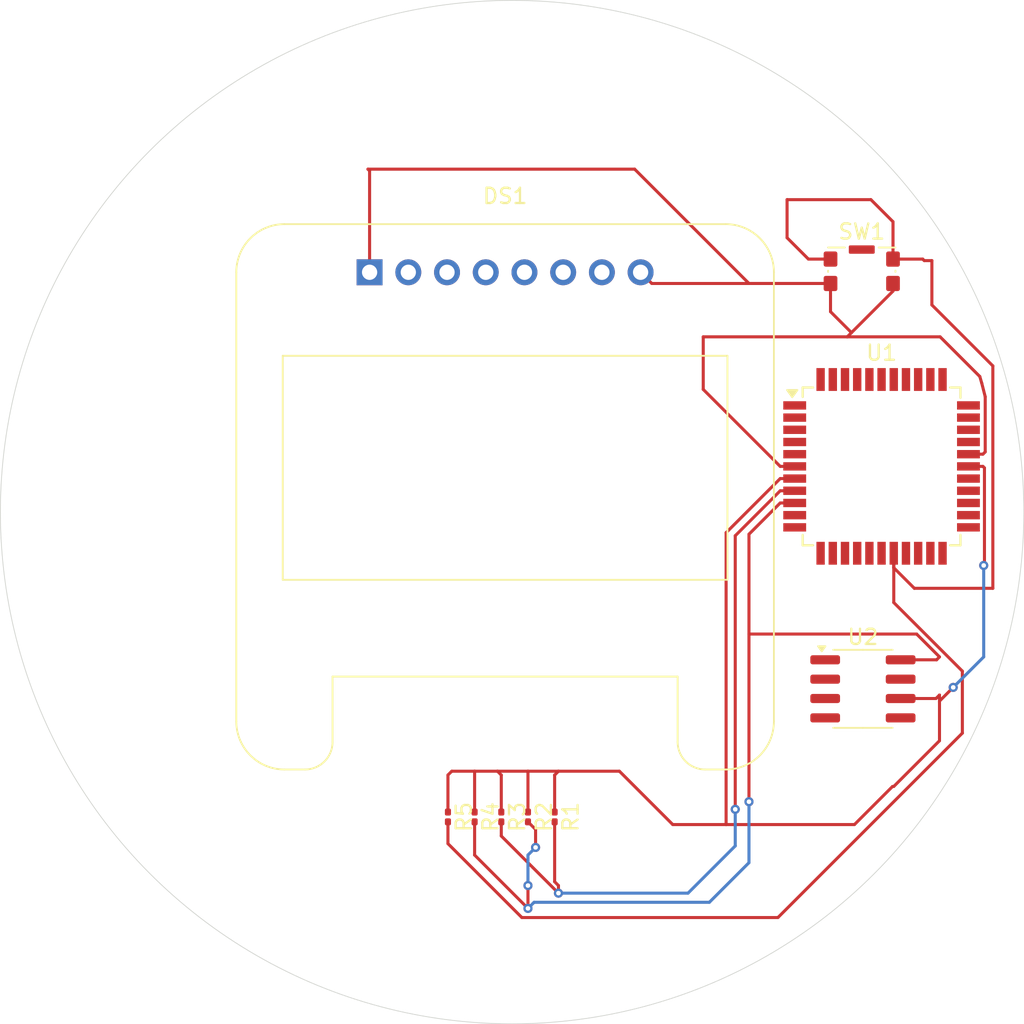
<source format=kicad_pcb>
(kicad_pcb (version 20240108) (generator "pcbnew") (generator_version "8.0")
  (layers (0 "F.Cu" signal) (31 "B.Cu" signal) (34 "B.Paste" user) (35 "F.Paste" user) (36 "B.SilkS" user "B.Silkscreen") (37 "F.SilkS" user "F.Silkscreen") (38 "B.Mask" user) (39 "F.Mask" user) (44 "Edge.Cuts" user))
  (net 0 "")
  (net 1 "GND")
  (net 2 "Net-(DS1-D1)")
  (net 5 "+5V")
  (net 6 "Net-(DS1-D0)")
  (net 7 "Net-(DS1-~{RES})")
  (net 12 "Net-(U1-~{MCLR}{slash}VPP{slash}RE3)")
  (footprint "Display:Adafruit_SSD1306_No_Mounting_Holes" (layer "F.Cu") (at 178.61 78.265)
    (property "Reference" "DS1" (at 8.89 -5 0) (layer "F.SilkS"))
    (property "Value" "OLED-128O064D")
    (fp_line (start -8.746 0) (end -8.746 29.464) (stroke (width 0.12)) (layer "F.SilkS"))
    (fp_line (start -5.698 5.478) (end -5.698 20.176) (stroke (width 0.12)) (layer "F.SilkS"))
    (fp_line (start -5.698 5.478) (end 23.478 5.478) (stroke (width 0.12)) (layer "F.SilkS"))
    (fp_line (start -5.698 20.176) (end 23.478 20.176) (stroke (width 0.12)) (layer "F.SilkS"))
    (fp_line (start -4.238 32.622) (end -5.59 32.622) (stroke (width 0.12)) (layer "F.SilkS"))
    (fp_line (start -2.43 26.526) (end -2.43 30.814) (stroke (width 0.12)) (layer "F.SilkS"))
    (fp_line (start -2.43 26.526) (end 20.21 26.526) (stroke (width 0.12)) (layer "F.SilkS"))
    (fp_line (start 20.21 26.526) (end 20.21 30.814) (stroke (width 0.12)) (layer "F.SilkS"))
    (fp_line (start 22.018 32.622) (end 23.37 32.622) (stroke (width 0.12)) (layer "F.SilkS"))
    (fp_line (start 23.368 -3.158) (end -5.588 -3.158) (stroke (width 0.12)) (layer "F.SilkS"))
    (fp_line (start 23.478 5.478) (end 23.478 20.176) (stroke (width 0.12)) (layer "F.SilkS"))
    (fp_line (start 26.526 0) (end 26.526 29.464) (stroke (width 0.12)) (layer "F.SilkS"))
    (fp_arc (start -8.746 0) (mid -7.821043 -2.233043) (end -5.588 -3.158) (stroke (width 0.12)) (layer "F.SilkS"))
    (fp_arc (start -5.588 32.622) (mid -7.821043 31.697043) (end -8.746 29.464) (stroke (width 0.12)) (layer "F.SilkS"))
    (fp_arc (start -2.43 30.812) (mid -2.958137 32.091035) (end -4.236 32.622) (stroke (width 0.12)) (layer "F.SilkS"))
    (fp_arc (start 22.016 32.622) (mid 20.738137 32.091035) (end 20.21 30.812) (stroke (width 0.12)) (layer "F.SilkS"))
    (fp_arc (start 23.368 -3.158) (mid 25.601043 -2.233043) (end 26.526 0) (stroke (width 0.12)) (layer "F.SilkS"))
    (fp_arc (start 26.526 29.464) (mid 25.601043 31.697043) (end 23.368 32.622) (stroke (width 0.12)) (layer "F.SilkS"))
    (pad "1" thru_hole rect (at 0 0) (size 1.7 1.7) (drill 1) (layers "*.Cu" "*.Mask") (net 1 "GND"))
    (pad "2" thru_hole circle (at 2.54 0) (size 1.7 1.7) (drill 1) (layers "*.Cu" "*.Mask"))
    (pad "3" thru_hole circle (at 5.08 0) (size 1.7 1.7) (drill 1) (layers "*.Cu" "*.Mask"))
    (pad "4" thru_hole circle (at 7.62 0) (size 1.7 1.7) (drill 1) (layers "*.Cu" "*.Mask"))
    (pad "5" thru_hole circle (at 10.16 0) (size 1.7 1.7) (drill 1) (layers "*.Cu" "*.Mask"))
    (pad "6" thru_hole circle (at 12.7 0) (size 1.7 1.7) (drill 1) (layers "*.Cu" "*.Mask"))
    (pad "7" thru_hole circle (at 15.24 0) (size 1.7 1.7) (drill 1) (layers "*.Cu" "*.Mask"))
    (pad "8" thru_hole circle (at 17.78 0) (size 1.7 1.7) (drill 1) (layers "*.Cu" "*.Mask") (net 1 "GND"))
  )
  (footprint "Resistor_SMD:R_0201_0603Metric" (layer "F.Cu") (at 185.5 114 -90)
    (property "Reference" "R4" (at 0 -1.05 90) (layer "F.SilkS"))
    (property "Value" "4.7k")
    (pad "1" smd roundrect (at -0.32 0 270) (size 0.46 0.4) (layers "F.Cu" "F.Mask") (net 5 "+5V"))
    (pad "2" smd roundrect (at 0.32 0 270) (size 0.46 0.4) (layers "F.Cu" "F.Mask") (net 6 "Net-(DS1-D0)"))
  )
  (footprint "Resistor_SMD:R_0201_0603Metric" (layer "F.Cu") (at 183.75 114 -90)
    (property "Reference" "R5" (at 0 -1.05 90) (layer "F.SilkS"))
    (property "Value" "4.7k")
    (pad "1" smd roundrect (at -0.32 0 270) (size 0.46 0.4) (layers "F.Cu" "F.Mask") (net 5 "+5V"))
    (pad "2" smd roundrect (at 0.32 0 270) (size 0.46 0.4) (layers "F.Cu" "F.Mask") (net 12 "Net-(U1-~{MCLR}{slash}VPP{slash}RE3)"))
  )
  (footprint "Button_Switch_SMD:SW_SPST_CK_KMS2xxGP" (layer "F.Cu") (at 210.9 78.2)
    (property "Reference" "SW1" (at 0 -2.6 0) (layer "F.SilkS"))
    (property "Value" "CK_KMS2xxG")
    (fp_line (start -2.21 -1.56) (end -1.11 -1.56) (stroke (width 0.12)) (layer "F.SilkS"))
    (fp_line (start -2.21 -0.04) (end -2.21 0.04) (stroke (width 0.12)) (layer "F.SilkS"))
    (fp_line (start 1.11 -1.56) (end 2.21 -1.56) (stroke (width 0.12)) (layer "F.SilkS"))
    (fp_line (start 2.21 -0.04) (end 2.21 0.04) (stroke (width 0.12)) (layer "F.SilkS"))
    (pad "" np_thru_hole circle (at -0.975 0.75) (size 0.9 0.9) (drill 0.9) (layers "F&B.Cu" "*.Mask"))
    (pad "" np_thru_hole circle (at 0.975 0.75) (size 0.9 0.9) (drill 0.9) (layers "F&B.Cu" "*.Mask"))
    (pad "1" smd roundrect (at -2.05 -0.8) (size 0.9 1) (layers "F.Cu" "F.Paste" "F.Mask") (roundrect_rratio 0.15) (net 12 "Net-(U1-~{MCLR}{slash}VPP{slash}RE3)"))
    (pad "1" smd roundrect (at 2.05 -0.8) (size 0.9 1) (layers "F.Cu" "F.Paste" "F.Mask") (roundrect_rratio 0.15) (net 12 "Net-(U1-~{MCLR}{slash}VPP{slash}RE3)"))
    (pad "2" smd roundrect (at -2.05 0.8) (size 0.9 1) (layers "F.Cu" "F.Paste" "F.Mask") (roundrect_rratio 0.15) (net 1 "GND"))
    (pad "2" smd roundrect (at 2.05 0.8) (size 0.9 1) (layers "F.Cu" "F.Paste" "F.Mask") (roundrect_rratio 0.15) (net 1 "GND"))
    (pad "SH" smd roundrect (at 0 -1.425) (size 1.7 0.55) (layers "F.Cu" "F.Paste" "F.Mask") (roundrect_rratio 0.15))
  )
  (footprint "Package_QFP:TQFP-44_10x10mm_P0.8mm" (layer "F.Cu") (at 212.2 91)
    (property "Reference" "U1" (at 0 -7.45 0) (layer "F.SilkS"))
    (property "Value" "PIC18F45K50_QFP")
    (fp_line (start -5.175 -5.175) (end -5.175 -4.56) (stroke (width 0.15)) (layer "F.SilkS"))
    (fp_line (start -5.175 -5.175) (end -4.5 -5.175) (stroke (width 0.15)) (layer "F.SilkS"))
    (fp_line (start -5.175 5.175) (end -5.175 4.5) (stroke (width 0.15)) (layer "F.SilkS"))
    (fp_line (start -5.175 5.175) (end -4.5 5.175) (stroke (width 0.15)) (layer "F.SilkS"))
    (fp_line (start 5.175 -5.175) (end 4.5 -5.175) (stroke (width 0.15)) (layer "F.SilkS"))
    (fp_line (start 5.175 -5.175) (end 5.175 -4.5) (stroke (width 0.15)) (layer "F.SilkS"))
    (fp_line (start 5.175 5.175) (end 4.5 5.175) (stroke (width 0.15)) (layer "F.SilkS"))
    (fp_line (start 5.175 5.175) (end 5.175 4.5) (stroke (width 0.15)) (layer "F.SilkS"))
    (fp_poly (pts (xy -5.86 -4.54) (xy -6.2 -5.01) (xy -5.52 -5.01) (xy -5.86 -4.54)) (stroke (width 0.12)) (fill solid) (layer "F.SilkS"))
    (pad "1" smd rect (at -5.7 -4) (size 1.5 0.55) (layers "F.Cu" "F.Paste" "F.Mask"))
    (pad "2" smd rect (at -5.7 -3.2) (size 1.5 0.55) (layers "F.Cu" "F.Paste" "F.Mask"))
    (pad "3" smd rect (at -5.7 -2.4) (size 1.5 0.55) (layers "F.Cu" "F.Paste" "F.Mask"))
    (pad "4" smd rect (at -5.7 -1.6) (size 1.5 0.55) (layers "F.Cu" "F.Paste" "F.Mask"))
    (pad "5" smd rect (at -5.7 -0.8) (size 1.5 0.55) (layers "F.Cu" "F.Paste" "F.Mask"))
    (pad "6" smd rect (at -5.7 0) (size 1.5 0.55) (layers "F.Cu" "F.Paste" "F.Mask") (net 1 "GND"))
    (pad "7" smd rect (at -5.7 0.8) (size 1.5 0.55) (layers "F.Cu" "F.Paste" "F.Mask") (net 5 "+5V"))
    (pad "8" smd rect (at -5.7 1.6) (size 1.5 0.55) (layers "F.Cu" "F.Paste" "F.Mask") (net 2 "Net-(DS1-D1)"))
    (pad "9" smd rect (at -5.7 2.4) (size 1.5 0.55) (layers "F.Cu" "F.Paste" "F.Mask") (net 6 "Net-(DS1-D0)"))
    (pad "10" smd rect (at -5.7 3.2) (size 1.5 0.55) (layers "F.Cu" "F.Paste" "F.Mask"))
    (pad "11" smd rect (at -5.7 4) (size 1.5 0.55) (layers "F.Cu" "F.Paste" "F.Mask"))
    (pad "12" smd rect (at -4 5.7 90) (size 1.5 0.55) (layers "F.Cu" "F.Paste" "F.Mask"))
    (pad "13" smd rect (at -3.2 5.7 90) (size 1.5 0.55) (layers "F.Cu" "F.Paste" "F.Mask"))
    (pad "14" smd rect (at -2.4 5.7 90) (size 1.5 0.55) (layers "F.Cu" "F.Paste" "F.Mask"))
    (pad "15" smd rect (at -1.6 5.7 90) (size 1.5 0.55) (layers "F.Cu" "F.Paste" "F.Mask"))
    (pad "16" smd rect (at -0.8 5.7 90) (size 1.5 0.55) (layers "F.Cu" "F.Paste" "F.Mask"))
    (pad "17" smd rect (at 0 5.7 90) (size 1.5 0.55) (layers "F.Cu" "F.Paste" "F.Mask"))
    (pad "18" smd rect (at 0.8 5.7 90) (size 1.5 0.55) (layers "F.Cu" "F.Paste" "F.Mask") (net 12 "Net-(U1-~{MCLR}{slash}VPP{slash}RE3)"))
    (pad "19" smd rect (at 1.6 5.7 90) (size 1.5 0.55) (layers "F.Cu" "F.Paste" "F.Mask"))
    (pad "20" smd rect (at 2.4 5.7 90) (size 1.5 0.55) (layers "F.Cu" "F.Paste" "F.Mask"))
    (pad "21" smd rect (at 3.2 5.7 90) (size 1.5 0.55) (layers "F.Cu" "F.Paste" "F.Mask"))
    (pad "22" smd rect (at 4 5.7 90) (size 1.5 0.55) (layers "F.Cu" "F.Paste" "F.Mask"))
    (pad "23" smd rect (at 5.7 4) (size 1.5 0.55) (layers "F.Cu" "F.Paste" "F.Mask"))
    (pad "24" smd rect (at 5.7 3.2) (size 1.5 0.55) (layers "F.Cu" "F.Paste" "F.Mask"))
    (pad "25" smd rect (at 5.7 2.4) (size 1.5 0.55) (layers "F.Cu" "F.Paste" "F.Mask"))
    (pad "26" smd rect (at 5.7 1.6) (size 1.5 0.55) (layers "F.Cu" "F.Paste" "F.Mask"))
    (pad "27" smd rect (at 5.7 0.8) (size 1.5 0.55) (layers "F.Cu" "F.Paste" "F.Mask"))
    (pad "28" smd rect (at 5.7 0) (size 1.5 0.55) (layers "F.Cu" "F.Paste" "F.Mask") (net 5 "+5V"))
    (pad "29" smd rect (at 5.7 -0.8) (size 1.5 0.55) (layers "F.Cu" "F.Paste" "F.Mask") (net 1 "GND"))
    (pad "30" smd rect (at 5.7 -1.6) (size 1.5 0.55) (layers "F.Cu" "F.Paste" "F.Mask"))
    (pad "31" smd rect (at 5.7 -2.4) (size 1.5 0.55) (layers "F.Cu" "F.Paste" "F.Mask"))
    (pad "32" smd rect (at 5.7 -3.2) (size 1.5 0.55) (layers "F.Cu" "F.Paste" "F.Mask"))
    (pad "33" smd rect (at 5.7 -4) (size 1.5 0.55) (layers "F.Cu" "F.Paste" "F.Mask"))
    (pad "34" smd rect (at 4 -5.7 90) (size 1.5 0.55) (layers "F.Cu" "F.Paste" "F.Mask"))
    (pad "35" smd rect (at 3.2 -5.7 90) (size 1.5 0.55) (layers "F.Cu" "F.Paste" "F.Mask"))
    (pad "36" smd rect (at 2.4 -5.7 90) (size 1.5 0.55) (layers "F.Cu" "F.Paste" "F.Mask"))
    (pad "37" smd rect (at 1.6 -5.7 90) (size 1.5 0.55) (layers "F.Cu" "F.Paste" "F.Mask"))
    (pad "38" smd rect (at 0.8 -5.7 90) (size 1.5 0.55) (layers "F.Cu" "F.Paste" "F.Mask") (net 7 "Net-(DS1-~{RES})"))
    (pad "39" smd rect (at 0 -5.7 90) (size 1.5 0.55) (layers "F.Cu" "F.Paste" "F.Mask"))
    (pad "40" smd rect (at -0.8 -5.7 90) (size 1.5 0.55) (layers "F.Cu" "F.Paste" "F.Mask"))
    (pad "41" smd rect (at -1.6 -5.7 90) (size 1.5 0.55) (layers "F.Cu" "F.Paste" "F.Mask"))
    (pad "42" smd rect (at -2.4 -5.7 90) (size 1.5 0.55) (layers "F.Cu" "F.Paste" "F.Mask"))
    (pad "43" smd rect (at -3.2 -5.7 90) (size 1.5 0.55) (layers "F.Cu" "F.Paste" "F.Mask"))
    (pad "44" smd rect (at -4 -5.7 90) (size 1.5 0.55) (layers "F.Cu" "F.Paste" "F.Mask"))
  )
  (footprint "Resistor_SMD:R_0201_0603Metric" (layer "F.Cu") (at 190.75 114 -90)
    (property "Reference" "R1" (at 0 -1.05 90) (layer "F.SilkS"))
    (property "Value" "4.7k")
    (pad "1" smd roundrect (at -0.32 0 270) (size 0.46 0.4) (layers "F.Cu" "F.Mask") (net 5 "+5V"))
    (pad "2" smd roundrect (at 0.32 0 270) (size 0.46 0.4) (layers "F.Cu" "F.Mask") (net 2 "Net-(DS1-D1)"))
  )
  (footprint "Resistor_SMD:R_0201_0603Metric" (layer "F.Cu") (at 189 114 -90)
    (property "Reference" "R2" (at 0 -1.05 90) (layer "F.SilkS"))
    (property "Value" "4.7k")
    (pad "1" smd roundrect (at -0.32 0 270) (size 0.46 0.4) (layers "F.Cu" "F.Mask") (net 5 "+5V"))
    (pad "2" smd roundrect (at 0.32 0 270) (size 0.46 0.4) (layers "F.Cu" "F.Mask") (net 6 "Net-(DS1-D0)"))
  )
  (footprint "Package_SO:SOIC-8_3.9x4.9mm_P1.27mm" (layer "F.Cu") (at 210.975 105.595)
    (property "Reference" "U2" (at 0 -3.4 0) (layer "F.SilkS"))
    (property "Value" "DS3232M")
    (fp_line (start 0 -2.56) (end -1.95 -2.56) (stroke (width 0.12)) (layer "F.SilkS"))
    (fp_line (start 0 -2.56) (end 1.95 -2.56) (stroke (width 0.12)) (layer "F.SilkS"))
    (fp_line (start 0 2.56) (end -1.95 2.56) (stroke (width 0.12)) (layer "F.SilkS"))
    (fp_line (start 0 2.56) (end 1.95 2.56) (stroke (width 0.12)) (layer "F.SilkS"))
    (fp_poly (pts (xy -2.7 -2.465) (xy -2.94 -2.795) (xy -2.46 -2.795) (xy -2.7 -2.465)) (stroke (width 0.12)) (fill solid) (layer "F.SilkS"))
    (pad "1" smd roundrect (at -2.475 -1.905) (size 1.95 0.6) (layers "F.Cu" "F.Paste" "F.Mask"))
    (pad "2" smd roundrect (at -2.475 -0.635) (size 1.95 0.6) (layers "F.Cu" "F.Paste" "F.Mask"))
    (pad "3" smd roundrect (at -2.475 0.635) (size 1.95 0.6) (layers "F.Cu" "F.Paste" "F.Mask"))
    (pad "4" smd roundrect (at -2.475 1.905) (size 1.95 0.6) (layers "F.Cu" "F.Paste" "F.Mask"))
    (pad "5" smd roundrect (at 2.475 1.905) (size 1.95 0.6) (layers "F.Cu" "F.Paste" "F.Mask"))
    (pad "6" smd roundrect (at 2.475 0.635) (size 1.95 0.6) (layers "F.Cu" "F.Paste" "F.Mask") (net 5 "+5V"))
    (pad "7" smd roundrect (at 2.475 -0.635) (size 1.95 0.6) (layers "F.Cu" "F.Paste" "F.Mask") (net 2 "Net-(DS1-D1)"))
    (pad "8" smd roundrect (at 2.475 -1.905) (size 1.95 0.6) (layers "F.Cu" "F.Paste" "F.Mask") (net 6 "Net-(DS1-D0)"))
  )
  (footprint "Resistor_SMD:R_0201_0603Metric" (layer "F.Cu") (at 187.25 114 -90)
    (property "Reference" "R3" (at 0 -1.05 90) (layer "F.SilkS"))
    (property "Value" "4.7k")
    (pad "1" smd roundrect (at -0.32 0 270) (size 0.46 0.4) (layers "F.Cu" "F.Mask") (net 5 "+5V"))
    (pad "2" smd roundrect (at 0.32 0 270) (size 0.46 0.4) (layers "F.Cu" "F.Mask") (net 2 "Net-(DS1-D1)"))
  )
  (gr_circle (center 187.95985 94) (end 221.5 95.5) (stroke (width 0.05)) (fill none) (layer "Edge.Cuts"))
  (segment (start 205.55 91) (end 206.5 91) (width 0.2) (layer "F.Cu") (net 1))
  (segment (start 219 90.05) (end 218.85 90.2) (width 0.2) (layer "F.Cu") (net 1))
  (segment (start 219 86.429993) (end 219 90.05) (width 0.2) (layer "F.Cu") (net 1))
  (segment (start 210.225 82.225) (end 209.949999 82.5) (width 0.2) (layer "F.Cu") (net 1))
  (segment (start 178.5 71.5) (end 178.61 71.61) (width 0.2) (layer "F.Cu") (net 1))
  (segment (start 212.95 79) (end 212.95 79.499999) (width 0.2) (layer "F.Cu") (net 1))
  (segment (start 197.125 79) (end 196.39 78.265) (width 0.2) (layer "F.Cu") (net 1))
  (segment (start 208.85 79) (end 197.125 79) (width 0.2) (layer "F.Cu") (net 1))
  (segment (start 208.85 80.85) (end 210.225 82.225) (width 0.2) (layer "F.Cu") (net 1))
  (segment (start 216.040308 82.5) (end 218.644526 85.104218) (width 0.2) (layer "F.Cu") (net 1))
  (segment (start 218.775167 85.549811) (end 219 86.429993) (width 0.2) (layer "F.Cu") (net 1))
  (segment (start 208.85 79) (end 208.85 80.85) (width 0.2) (layer "F.Cu") (net 1))
  (segment (start 200.5 82.5) (end 200.5 85.95) (width 0.2) (layer "F.Cu") (net 1))
  (segment (start 212.95 79.499999) (end 210.225 82.225) (width 0.2) (layer "F.Cu") (net 1))
  (segment (start 218.644526 85.104218) (end 218.775167 85.549811) (width 0.2) (layer "F.Cu") (net 1))
  (segment (start 203.5 79) (end 196 71.5) (width 0.2) (layer "F.Cu") (net 1))
  (segment (start 209.949999 82.5) (end 216.040308 82.5) (width 0.2) (layer "F.Cu") (net 1))
  (segment (start 208.85 79) (end 203.5 79) (width 0.2) (layer "F.Cu") (net 1))
  (segment (start 196 71.5) (end 178.5 71.5) (width 0.2) (layer "F.Cu") (net 1))
  (segment (start 200.5 85.95) (end 205.55 91) (width 0.2) (layer "F.Cu") (net 1))
  (segment (start 218.85 90.2) (end 217.9 90.2) (width 0.2) (layer "F.Cu") (net 1))
  (segment (start 178.61 71.61) (end 178.61 78.265) (width 0.2) (layer "F.Cu") (net 1))
  (segment (start 209.949999 82.5) (end 200.5 82.5) (width 0.2) (layer "F.Cu") (net 1))
  (segment (start 191 119) (end 191 118.5) (width 0.2) (layer "F.Cu") (net 2))
  (segment (start 206.5 92.6) (end 205.55 92.6) (width 0.2) (layer "F.Cu") (net 2))
  (segment (start 202.6 95.55) (end 202.6 113.5) (width 0.2) (layer "F.Cu") (net 2))
  (segment (start 187.25 115.25) (end 191 119) (width 0.2) (layer "F.Cu") (net 2))
  (segment (start 191 118.5) (end 190.75 118.25) (width 0.2) (layer "F.Cu") (net 2))
  (segment (start 190.75 118.25) (end 190.75 114.32) (width 0.2) (layer "F.Cu") (net 2))
  (segment (start 205.55 92.6) (end 202.6 95.55) (width 0.2) (layer "F.Cu") (net 2))
  (segment (start 187.25 114.32) (end 187.25 115.25) (width 0.2) (layer "F.Cu") (net 2))
  (via (at 191 119) (size 0.6) (drill 0.3) (layers "F.Cu" "B.Cu") (net 2))
  (via (at 202.6 113.5) (size 0.6) (drill 0.3) (layers "F.Cu" "B.Cu") (net 2))
  (segment (start 202.6 113.5) (end 202.6 115.9) (width 0.2) (layer "B.Cu") (net 2))
  (segment (start 202.6 115.9) (end 199.5 119) (width 0.2) (layer "B.Cu") (net 2))
  (segment (start 199.5 119) (end 191 119) (width 0.2) (layer "B.Cu") (net 2))
  (segment (start 202 114.5) (end 198.5 114.5) (width 0.2) (layer "F.Cu") (net 5))
  (segment (start 187.25 113.68) (end 187.25 111.25) (width 0.2) (layer "F.Cu") (net 5))
  (segment (start 218.95 97.45) (end 218.9 97.5) (width 0.2) (layer "F.Cu") (net 5))
  (segment (start 218.85 91) (end 218.95 91.1) (width 0.2) (layer "F.Cu") (net 5))
  (segment (start 205.55 91.8) (end 202 95.35) (width 0.2) (layer "F.Cu") (net 5))
  (segment (start 216 106.5) (end 216 106) (width 0.2) (layer "F.Cu") (net 5))
  (segment (start 184 111) (end 183.75 111.25) (width 0.2) (layer "F.Cu") (net 5))
  (segment (start 206.5 91.8) (end 205.55 91.8) (width 0.2) (layer "F.Cu") (net 5))
  (segment (start 189 113.68) (end 189 111) (width 0.2) (layer "F.Cu") (net 5))
  (segment (start 190.75 111.25) (end 191 111) (width 0.2) (layer "F.Cu") (net 5))
  (segment (start 198.5 114.5) (end 195 111) (width 0.2) (layer "F.Cu") (net 5))
  (segment (start 185.5 113.68) (end 185.5 111) (width 0.2) (layer "F.Cu") (net 5))
  (segment (start 187 111) (end 185.5 111) (width 0.2) (layer "F.Cu") (net 5))
  (segment (start 216 106.4) (end 216 106.5) (width 0.2) (layer "F.Cu") (net 5))
  (segment (start 210.419263 114.5) (end 212.919263 112) (width 0.2) (layer "F.Cu") (net 5))
  (segment (start 191 111) (end 189 111) (width 0.2) (layer "F.Cu") (net 5))
  (segment (start 213 112) (end 216 109) (width 0.2) (layer "F.Cu") (net 5))
  (segment (start 216.9 105.5) (end 216 106.4) (width 0.2) (layer "F.Cu") (net 5))
  (segment (start 216 106) (end 215.77 106.23) (width 0.2) (layer "F.Cu") (net 5))
  (segment (start 185.5 111) (end 184 111) (width 0.2) (layer "F.Cu") (net 5))
  (segment (start 216 109) (end 216 106.5) (width 0.2) (layer "F.Cu") (net 5))
  (segment (start 215.77 106.23) (end 213.45 106.23) (width 0.2) (layer "F.Cu") (net 5))
  (segment (start 195 111) (end 191 111) (width 0.2) (layer "F.Cu") (net 5))
  (segment (start 187.25 111.25) (end 187 111) (width 0.2) (layer "F.Cu") (net 5))
  (segment (start 212.919263 112) (end 213 112) (width 0.2) (layer "F.Cu") (net 5))
  (segment (start 217.9 91) (end 218.85 91) (width 0.2) (layer "F.Cu") (net 5))
  (segment (start 202 114.5) (end 210.419263 114.5) (width 0.2) (layer "F.Cu") (net 5))
  (segment (start 202 95.35) (end 202 114.5) (width 0.2) (layer "F.Cu") (net 5))
  (segment (start 189 111) (end 187 111) (width 0.2) (layer "F.Cu") (net 5))
  (segment (start 218.95 91.1) (end 218.95 97.45) (width 0.2) (layer "F.Cu") (net 5))
  (segment (start 183.75 111.25) (end 183.75 113.68) (width 0.2) (layer "F.Cu") (net 5))
  (segment (start 190.75 113.68) (end 190.75 111.25) (width 0.2) (layer "F.Cu") (net 5))
  (via (at 216.9 105.5) (size 0.6) (drill 0.3) (layers "F.Cu" "B.Cu") (net 5))
  (via (at 218.9 97.5) (size 0.6) (drill 0.3) (layers "F.Cu" "B.Cu") (net 5))
  (segment (start 218.9 97.5) (end 218.9 103.5) (width 0.2) (layer "B.Cu") (net 5))
  (segment (start 218.9 103.5) (end 216.9 105.5) (width 0.2) (layer "B.Cu") (net 5))
  (segment (start 203.5 102) (end 214.5 102) (width 0.2) (layer "F.Cu") (net 6))
  (segment (start 215.81 103.69) (end 213.45 103.69) (width 0.2) (layer "F.Cu") (net 6))
  (segment (start 206.5 93.4) (end 205.55 93.4) (width 0.2) (layer "F.Cu") (net 6))
  (segment (start 189.5 116) (end 189.5 114.82) (width 0.2) (layer "F.Cu") (net 6))
  (segment (start 185.5 116.5) (end 185.5 114.32) (width 0.2) (layer "F.Cu") (net 6))
  (segment (start 189.5 114.82) (end 189 114.32) (width 0.2) (layer "F.Cu") (net 6))
  (segment (start 216 103.5) (end 215.81 103.69) (width 0.2) (layer "F.Cu") (net 6))
  (segment (start 203.5 102) (end 203.5 113) (width 0.2) (layer "F.Cu") (net 6))
  (segment (start 205.55 93.4) (end 203.5 95.45) (width 0.2) (layer "F.Cu") (net 6))
  (segment (start 189 120) (end 185.5 116.5) (width 0.2) (layer "F.Cu") (net 6))
  (segment (start 189 120) (end 189 118.5) (width 0.2) (layer "F.Cu") (net 6))
  (segment (start 214.5 102) (end 216 103.5) (width 0.2) (layer "F.Cu") (net 6))
  (segment (start 203.5 95.45) (end 203.5 102) (width 0.2) (layer "F.Cu") (net 6))
  (via (at 189 120) (size 0.6) (drill 0.3) (layers "F.Cu" "B.Cu") (net 6))
  (via (at 189.5 116) (size 0.6) (drill 0.3) (layers "F.Cu" "B.Cu") (net 6))
  (via (at 203.5 113) (size 0.6) (drill 0.3) (layers "F.Cu" "B.Cu") (net 6))
  (via (at 189 118.5) (size 0.6) (drill 0.3) (layers "F.Cu" "B.Cu") (net 6))
  (segment (start 203.5 113) (end 203.5 117) (width 0.2) (layer "B.Cu") (net 6))
  (segment (start 189 118.5) (end 189 116.5) (width 0.2) (layer "B.Cu") (net 6))
  (segment (start 203.5 117) (end 200.9 119.6) (width 0.2) (layer "B.Cu") (net 6))
  (segment (start 200.9 119.6) (end 189.4 119.6) (width 0.2) (layer "B.Cu") (net 6))
  (segment (start 189 116.5) (end 189.5 116) (width 0.2) (layer "B.Cu") (net 6))
  (segment (start 189.4 119.6) (end 189 120) (width 0.2) (layer "B.Cu") (net 6))
  (segment (start 206 73.5) (end 211.5 73.5) (width 0.2) (layer "F.Cu") (net 12))
  (segment (start 213 97.65) (end 214.35 99) (width 0.2) (layer "F.Cu") (net 12))
  (segment (start 214.35 99) (end 219.5 99) (width 0.2) (layer "F.Cu") (net 12))
  (segment (start 207.4 77.4) (end 206 76) (width 0.2) (layer "F.Cu") (net 12))
  (segment (start 217.5 108.5) (end 205.4 120.6) (width 0.2) (layer "F.Cu") (net 12))
  (segment (start 213 96.7) (end 213 99.934314) (width 0.2) (layer "F.Cu") (net 12))
  (segment (start 212.95 74.95) (end 212.95 77.4) (width 0.2) (layer "F.Cu") (net 12))
  (segment (start 215 77.5) (end 214.9 77.4) (width 0.2) (layer "F.Cu") (net 12))
  (segment (start 211.5 73.5) (end 212.95 74.95) (width 0.2) (layer "F.Cu") (net 12))
  (segment (start 213 96.7) (end 213 97.65) (width 0.2) (layer "F.Cu") (net 12))
  (segment (start 205.4 120.6) (end 188.6 120.6) (width 0.2) (layer "F.Cu") (net 12))
  (segment (start 214.9 77.4) (end 212.95 77.4) (width 0.2) (layer "F.Cu") (net 12))
  (segment (start 183.75 115.75) (end 183.75 114.32) (width 0.2) (layer "F.Cu") (net 12))
  (segment (start 208.85 77.4) (end 207.4 77.4) (width 0.2) (layer "F.Cu") (net 12))
  (segment (start 217.5 104.434314) (end 217.5 108.5) (width 0.2) (layer "F.Cu") (net 12))
  (segment (start 219.5 84.4074) (end 215.5 80.4074) (width 0.2) (layer "F.Cu") (net 12))
  (segment (start 215.5 80.4074) (end 215.5 77.5) (width 0.2) (layer "F.Cu") (net 12))
  (segment (start 219.5 99) (end 219.5 84.4074) (width 0.2) (layer "F.Cu") (net 12))
  (segment (start 206 76) (end 206 73.5) (width 0.2) (layer "F.Cu") (net 12))
  (segment (start 213 99.934314) (end 217.5 104.434314) (width 0.2) (layer "F.Cu") (net 12))
  (segment (start 215.5 77.5) (end 215 77.5) (width 0.2) (layer "F.Cu") (net 12))
  (segment (start 188.6 120.6) (end 183.75 115.75) (width 0.2) (layer "F.Cu") (net 12))
)
</source>
